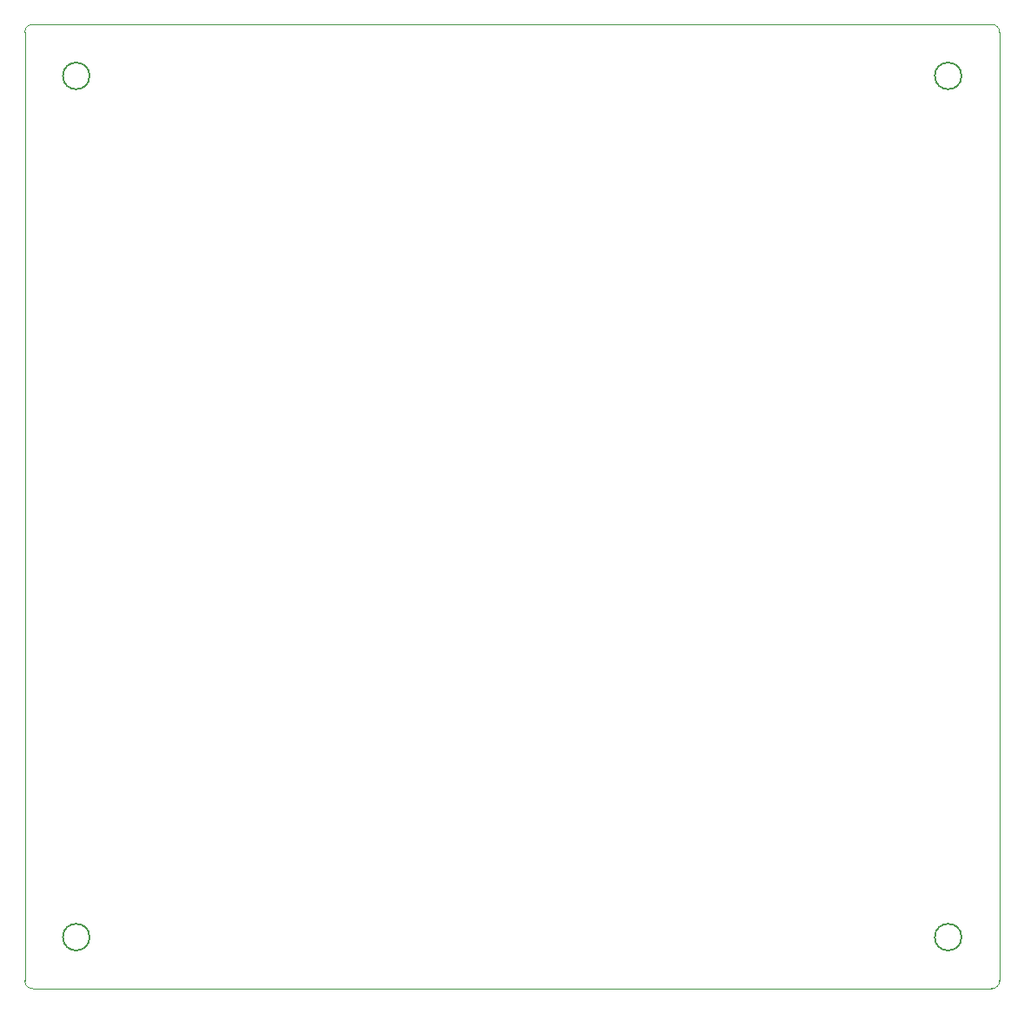
<source format=gm1>
G04 #@! TF.GenerationSoftware,KiCad,Pcbnew,7.0.6*
G04 #@! TF.CreationDate,2023-08-10T19:19:25-04:00*
G04 #@! TF.ProjectId,jerry,6a657272-792e-46b6-9963-61645f706362,rev?*
G04 #@! TF.SameCoordinates,Original*
G04 #@! TF.FileFunction,Profile,NP*
%FSLAX46Y46*%
G04 Gerber Fmt 4.6, Leading zero omitted, Abs format (unit mm)*
G04 Created by KiCad (PCBNEW 7.0.6) date 2023-08-10 19:19:25*
%MOMM*%
%LPD*%
G01*
G04 APERTURE LIST*
G04 #@! TA.AperFunction,Profile*
%ADD10C,0.100000*%
G04 #@! TD*
G04 #@! TA.AperFunction,Profile*
%ADD11C,0.200000*%
G04 #@! TD*
G04 APERTURE END LIST*
D10*
X119250000Y-70000000D02*
X25750000Y-70000000D01*
D11*
X31300000Y-159000000D02*
G75*
G03*
X31300000Y-159000000I-1300000J0D01*
G01*
D10*
X25750000Y-70000001D02*
G75*
G03*
X25000001Y-70750000I-60300J-689699D01*
G01*
X25750000Y-164000000D02*
X119250000Y-164000000D01*
D11*
X116300000Y-75000000D02*
G75*
G03*
X116300000Y-75000000I-1300000J0D01*
G01*
X31300000Y-75000000D02*
G75*
G03*
X31300000Y-75000000I-1300000J0D01*
G01*
D10*
X25000000Y-70750000D02*
X25000000Y-163250000D01*
X119250000Y-163999999D02*
G75*
G03*
X119999999Y-163250000I60300J689699D01*
G01*
D11*
X116300000Y-159000000D02*
G75*
G03*
X116300000Y-159000000I-1300000J0D01*
G01*
D10*
X119999999Y-70750000D02*
G75*
G03*
X119250000Y-70000001I-689699J60300D01*
G01*
X120000000Y-163250000D02*
X120000000Y-70750000D01*
X25000001Y-163250000D02*
G75*
G03*
X25750000Y-163999999I689699J-60300D01*
G01*
M02*

</source>
